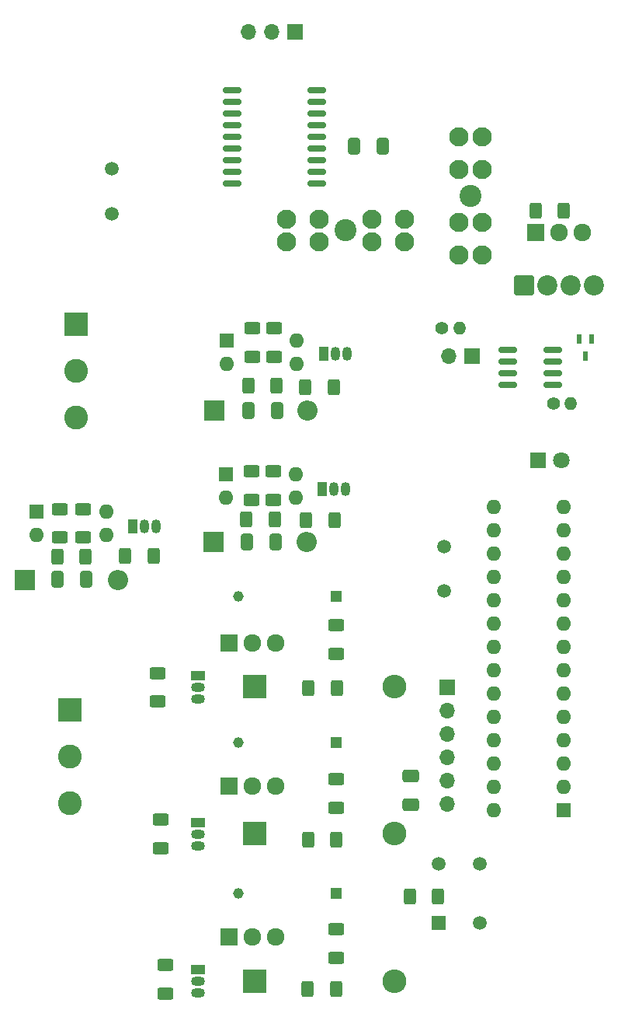
<source format=gbr>
%TF.GenerationSoftware,KiCad,Pcbnew,9.0.0*%
%TF.CreationDate,2025-03-14T13:06:40-07:00*%
%TF.ProjectId,AMS - CANBus - Dinger,414d5320-2d20-4434-914e-427573202d20,rev?*%
%TF.SameCoordinates,Original*%
%TF.FileFunction,Soldermask,Bot*%
%TF.FilePolarity,Negative*%
%FSLAX46Y46*%
G04 Gerber Fmt 4.6, Leading zero omitted, Abs format (unit mm)*
G04 Created by KiCad (PCBNEW 9.0.0) date 2025-03-14 13:06:40*
%MOMM*%
%LPD*%
G01*
G04 APERTURE LIST*
G04 Aperture macros list*
%AMRoundRect*
0 Rectangle with rounded corners*
0 $1 Rounding radius*
0 $2 $3 $4 $5 $6 $7 $8 $9 X,Y pos of 4 corners*
0 Add a 4 corners polygon primitive as box body*
4,1,4,$2,$3,$4,$5,$6,$7,$8,$9,$2,$3,0*
0 Add four circle primitives for the rounded corners*
1,1,$1+$1,$2,$3*
1,1,$1+$1,$4,$5*
1,1,$1+$1,$6,$7*
1,1,$1+$1,$8,$9*
0 Add four rect primitives between the rounded corners*
20,1,$1+$1,$2,$3,$4,$5,0*
20,1,$1+$1,$4,$5,$6,$7,0*
20,1,$1+$1,$6,$7,$8,$9,0*
20,1,$1+$1,$8,$9,$2,$3,0*%
G04 Aperture macros list end*
%ADD10RoundRect,0.250000X0.650000X-0.412500X0.650000X0.412500X-0.650000X0.412500X-0.650000X-0.412500X0*%
%ADD11O,1.050000X1.500000*%
%ADD12R,1.050000X1.500000*%
%ADD13RoundRect,0.250000X-0.400000X-0.625000X0.400000X-0.625000X0.400000X0.625000X-0.400000X0.625000X0*%
%ADD14RoundRect,0.250000X-0.625000X0.400000X-0.625000X-0.400000X0.625000X-0.400000X0.625000X0.400000X0*%
%ADD15O,1.600000X1.600000*%
%ADD16R,1.600000X1.600000*%
%ADD17RoundRect,0.250000X0.625000X-0.400000X0.625000X0.400000X-0.625000X0.400000X-0.625000X-0.400000X0*%
%ADD18RoundRect,0.250000X0.400000X0.625000X-0.400000X0.625000X-0.400000X-0.625000X0.400000X-0.625000X0*%
%ADD19O,2.600000X2.600000*%
%ADD20R,2.600000X2.600000*%
%ADD21C,1.920000*%
%ADD22R,1.920000X1.920000*%
%ADD23O,1.500000X1.050000*%
%ADD24R,1.500000X1.050000*%
%ADD25C,1.150000*%
%ADD26R,1.150000X1.150000*%
%ADD27C,2.600000*%
%ADD28C,1.800000*%
%ADD29R,1.800000X1.800000*%
%ADD30O,1.700000X1.700000*%
%ADD31R,1.700000X1.700000*%
%ADD32R,1.500000X1.500000*%
%ADD33C,1.500000*%
%ADD34C,1.400000*%
%ADD35O,1.400000X1.400000*%
%ADD36C,2.400000*%
%ADD37C,2.100000*%
%ADD38R,2.200000X2.200000*%
%ADD39O,2.200000X2.200000*%
%ADD40RoundRect,0.249999X-0.850001X-0.850001X0.850001X-0.850001X0.850001X0.850001X-0.850001X0.850001X0*%
%ADD41C,2.200000*%
%ADD42RoundRect,0.150000X-0.825000X-0.150000X0.825000X-0.150000X0.825000X0.150000X-0.825000X0.150000X0*%
%ADD43RoundRect,0.250000X-0.412500X-0.650000X0.412500X-0.650000X0.412500X0.650000X-0.412500X0.650000X0*%
%ADD44R,0.550000X1.000000*%
%ADD45RoundRect,0.150000X-0.875000X-0.150000X0.875000X-0.150000X0.875000X0.150000X-0.875000X0.150000X0*%
G04 APERTURE END LIST*
D10*
%TO.C,C2*%
X119224200Y-122835600D03*
X119224200Y-119710600D03*
%TD*%
D11*
%TO.C,Q2*%
X112262600Y-73695900D03*
X110992600Y-73695900D03*
D12*
X109722600Y-73695900D03*
%TD*%
D13*
%TO.C,R5*%
X104614200Y-77194500D03*
X101514200Y-77194500D03*
%TD*%
D14*
%TO.C,R7*%
X101934000Y-74027800D03*
X101934000Y-70927800D03*
%TD*%
D15*
%TO.C,U3*%
X106744000Y-72257800D03*
X106744000Y-74797800D03*
X99124000Y-74797800D03*
D16*
X99124000Y-72257800D03*
%TD*%
D14*
%TO.C,R8*%
X104342100Y-74011800D03*
X104342100Y-70911800D03*
%TD*%
%TO.C,R21*%
X111098300Y-123154900D03*
X111098300Y-120054900D03*
%TD*%
D17*
%TO.C,R20*%
X91944200Y-124419200D03*
X91944200Y-127519200D03*
%TD*%
D18*
%TO.C,R22*%
X108028500Y-126620800D03*
X111128500Y-126620800D03*
%TD*%
D14*
%TO.C,R24*%
X111065100Y-139473400D03*
X111065100Y-136373400D03*
%TD*%
%TO.C,R10*%
X111120800Y-106373800D03*
X111120800Y-103273800D03*
%TD*%
D17*
%TO.C,R9*%
X91639700Y-108483200D03*
X91639700Y-111583200D03*
%TD*%
D19*
%TO.C,D7*%
X117478700Y-125940800D03*
D20*
X102238700Y-125940800D03*
%TD*%
D21*
%TO.C,Q10*%
X104526400Y-137192300D03*
X101986400Y-137192300D03*
D22*
X99446400Y-137192300D03*
%TD*%
D23*
%TO.C,Q3*%
X96016800Y-111296400D03*
X96016800Y-110026400D03*
D24*
X96016800Y-108756400D03*
%TD*%
D25*
%TO.C,Z3*%
X100413000Y-100109900D03*
D26*
X111113000Y-100109900D03*
%TD*%
D23*
%TO.C,Q7*%
X96016800Y-127270500D03*
X96016800Y-126000500D03*
D24*
X96016800Y-124730500D03*
%TD*%
D21*
%TO.C,Q4*%
X104526400Y-105159300D03*
X101986400Y-105159300D03*
D22*
X99446400Y-105159300D03*
%TD*%
D19*
%TO.C,D4*%
X117478700Y-109921600D03*
D20*
X102238700Y-109921600D03*
%TD*%
D25*
%TO.C,Z5*%
X100413000Y-132438900D03*
D26*
X111113000Y-132438900D03*
%TD*%
D21*
%TO.C,Q8*%
X104526400Y-120739500D03*
X101986400Y-120739500D03*
D22*
X99446400Y-120739500D03*
%TD*%
D23*
%TO.C,Q9*%
X96016800Y-143281700D03*
X96016800Y-142011700D03*
D24*
X96016800Y-140741700D03*
%TD*%
D25*
%TO.C,Z4*%
X100413000Y-116028100D03*
D26*
X111113000Y-116028100D03*
%TD*%
D17*
%TO.C,R23*%
X92449500Y-140278200D03*
X92449500Y-143378200D03*
%TD*%
D19*
%TO.C,D8*%
X117478700Y-142011500D03*
D20*
X102238700Y-142011500D03*
%TD*%
D18*
%TO.C,R11*%
X108068400Y-110112000D03*
X111168400Y-110112000D03*
%TD*%
%TO.C,R25*%
X107980100Y-142894000D03*
X111080100Y-142894000D03*
%TD*%
D27*
%TO.C,Z1*%
X82028100Y-122675400D03*
X82028100Y-117595400D03*
D20*
X82028100Y-112515400D03*
%TD*%
D28*
%TO.C,D1*%
X135616800Y-85343700D03*
D29*
X133076800Y-85343700D03*
%TD*%
D15*
%TO.C,U2*%
X128302100Y-123377100D03*
X128302100Y-120837100D03*
X128302100Y-118297100D03*
X128302100Y-115757100D03*
X128302100Y-113217100D03*
X128302100Y-110677100D03*
X128302100Y-108137100D03*
X128302100Y-105597100D03*
X128302100Y-103057100D03*
X128302100Y-100517100D03*
X128302100Y-97977100D03*
X128302100Y-95437100D03*
X128302100Y-92897100D03*
X128302100Y-90357100D03*
X135922100Y-90357100D03*
X135922100Y-92897100D03*
X135922100Y-95437100D03*
X135922100Y-97977100D03*
X135922100Y-100517100D03*
X135922100Y-103057100D03*
X135922100Y-105597100D03*
X135922100Y-108137100D03*
X135922100Y-110677100D03*
X135922100Y-113217100D03*
X135922100Y-115757100D03*
X135922100Y-118297100D03*
X135922100Y-120837100D03*
D16*
X135922100Y-123377100D03*
%TD*%
D30*
%TO.C,J1*%
X123166800Y-122722100D03*
X123166800Y-120182100D03*
X123166800Y-117642100D03*
X123166800Y-115102100D03*
X123166800Y-112562100D03*
D31*
X123166800Y-110022100D03*
%TD*%
D13*
%TO.C,R2*%
X119127900Y-132792200D03*
X122227900Y-132792200D03*
%TD*%
D32*
%TO.C,S1*%
X122260500Y-135705900D03*
D33*
X122260500Y-129205900D03*
X126760500Y-135705900D03*
X126760500Y-129205900D03*
%TD*%
%TO.C,Y1*%
X122840900Y-94664800D03*
X122840900Y-99544800D03*
%TD*%
D34*
%TO.C,R28*%
X122646400Y-70894900D03*
D35*
X124546400Y-70894900D03*
%TD*%
D34*
%TO.C,R27*%
X134770000Y-79113500D03*
D35*
X136670000Y-79113500D03*
%TD*%
D36*
%TO.C,U8*%
X112120100Y-60275300D03*
D37*
X105720100Y-61525300D03*
X109220100Y-61525300D03*
X115020100Y-61525300D03*
X118520100Y-61525300D03*
X118520100Y-59025300D03*
X115020100Y-59025300D03*
X109220100Y-59025300D03*
X105720100Y-59025300D03*
%TD*%
D16*
%TO.C,U4*%
X99040300Y-86836700D03*
D15*
X99040300Y-89376700D03*
X106660300Y-89376700D03*
X106660300Y-86836700D03*
%TD*%
D36*
%TO.C,U1*%
X125731900Y-56515500D03*
D37*
X124481900Y-50115500D03*
X124481900Y-53615500D03*
X124481900Y-59415500D03*
X124481900Y-62915500D03*
X126981900Y-62915500D03*
X126981900Y-59415500D03*
X126981900Y-53615500D03*
X126981900Y-50115500D03*
%TD*%
D12*
%TO.C,Q6*%
X88895700Y-92502700D03*
D11*
X90165700Y-92502700D03*
X91435700Y-92502700D03*
%TD*%
D20*
%TO.C,Z2*%
X82709700Y-70523000D03*
D27*
X82709700Y-75603000D03*
X82709700Y-80683000D03*
%TD*%
D12*
%TO.C,Q5*%
X109609800Y-88471700D03*
D11*
X110879800Y-88471700D03*
X112149800Y-88471700D03*
%TD*%
D38*
%TO.C,D5*%
X97706700Y-94202000D03*
D39*
X107866700Y-94202000D03*
%TD*%
D31*
%TO.C,Powerboard1*%
X106618600Y-38633600D03*
D30*
X104078600Y-38633600D03*
X101538600Y-38633600D03*
%TD*%
D16*
%TO.C,U5*%
X78424200Y-90867700D03*
D15*
X78424200Y-93407700D03*
X86044200Y-93407700D03*
X86044200Y-90867700D03*
%TD*%
D33*
%TO.C,Y2*%
X86660300Y-53551100D03*
X86660300Y-58431100D03*
%TD*%
D31*
%TO.C,J2*%
X125907100Y-73924000D03*
D30*
X123367100Y-73924000D03*
%TD*%
D38*
%TO.C,D3*%
X97844000Y-79900400D03*
D39*
X108004000Y-79900400D03*
%TD*%
D40*
%TO.C,J3*%
X131552400Y-66242100D03*
D41*
X134092400Y-66242100D03*
X136632400Y-66242100D03*
X139172400Y-66242100D03*
%TD*%
D22*
%TO.C,Q1*%
X132877100Y-60498400D03*
D21*
X135417100Y-60498400D03*
X137957100Y-60498400D03*
%TD*%
D38*
%TO.C,D6*%
X77144200Y-98300100D03*
D39*
X87304200Y-98300100D03*
%TD*%
D13*
%TO.C,R12*%
X101300300Y-91720800D03*
X104400300Y-91720800D03*
%TD*%
D14*
%TO.C,R15*%
X104277500Y-86523600D03*
X104277500Y-89623600D03*
%TD*%
D42*
%TO.C,U7*%
X129795000Y-77119700D03*
X129795000Y-75849700D03*
X129795000Y-74579700D03*
X129795000Y-73309700D03*
X134745000Y-73309700D03*
X134745000Y-74579700D03*
X134745000Y-75849700D03*
X134745000Y-77119700D03*
%TD*%
D13*
%TO.C,R13*%
X107823000Y-91791000D03*
X110923000Y-91791000D03*
%TD*%
D43*
%TO.C,C14*%
X113048400Y-51062500D03*
X116173400Y-51062500D03*
%TD*%
D13*
%TO.C,R1*%
X132819100Y-58148500D03*
X135919100Y-58148500D03*
%TD*%
D44*
%TO.C,D9*%
X137623800Y-72096200D03*
X138923800Y-72096200D03*
X138273800Y-73996200D03*
%TD*%
D43*
%TO.C,C10*%
X80733100Y-98242000D03*
X83858100Y-98242000D03*
%TD*%
D45*
%TO.C,U6*%
X99712200Y-55145500D03*
X99712200Y-53875500D03*
X99712200Y-52605500D03*
X99712200Y-51335500D03*
X99712200Y-50065500D03*
X99712200Y-48795500D03*
X99712200Y-47525500D03*
X99712200Y-46255500D03*
X99712200Y-44985500D03*
X109012200Y-44985500D03*
X109012200Y-46255500D03*
X109012200Y-47525500D03*
X109012200Y-48795500D03*
X109012200Y-50065500D03*
X109012200Y-51335500D03*
X109012200Y-52605500D03*
X109012200Y-53875500D03*
X109012200Y-55145500D03*
%TD*%
D14*
%TO.C,R18*%
X80927400Y-90618100D03*
X80927400Y-93718100D03*
%TD*%
%TO.C,R19*%
X83499100Y-90618100D03*
X83499100Y-93718100D03*
%TD*%
D43*
%TO.C,C9*%
X101400200Y-94197000D03*
X104525200Y-94197000D03*
%TD*%
D13*
%TO.C,R17*%
X88085500Y-95682700D03*
X91185500Y-95682700D03*
%TD*%
D14*
%TO.C,R14*%
X101850300Y-86520500D03*
X101850300Y-89620500D03*
%TD*%
D13*
%TO.C,R16*%
X80674200Y-95818700D03*
X83774200Y-95818700D03*
%TD*%
D43*
%TO.C,C8*%
X101520400Y-79868400D03*
X104645400Y-79868400D03*
%TD*%
D13*
%TO.C,R6*%
X107740100Y-77309300D03*
X110840100Y-77309300D03*
%TD*%
M02*

</source>
